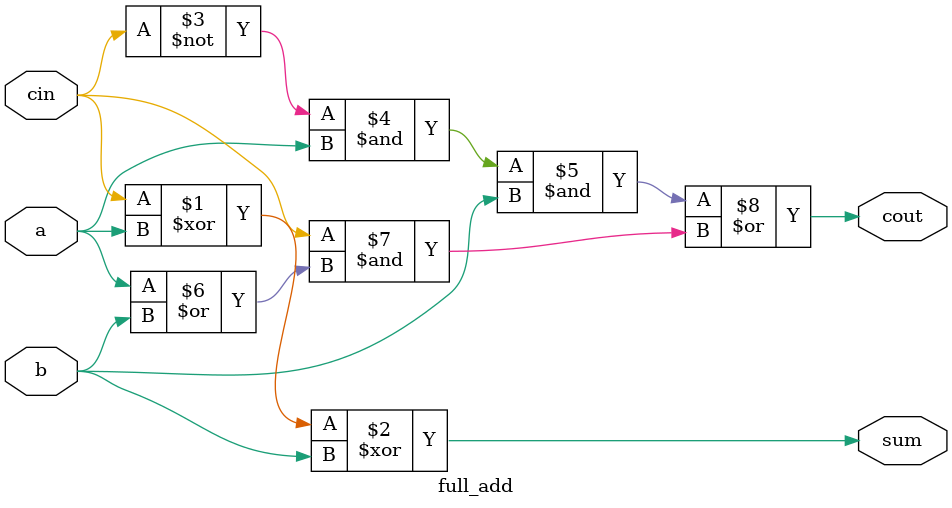
<source format=v>
`timescale 1ns / 1ps

module full_add(sum,cout,a,b,cin);
	output sum,cout;
   input a,b,cin;
	
	assign sum = cin ^ a ^ b;
	assign cout = ~cin & a & b | cin & (a | b );

endmodule

</source>
